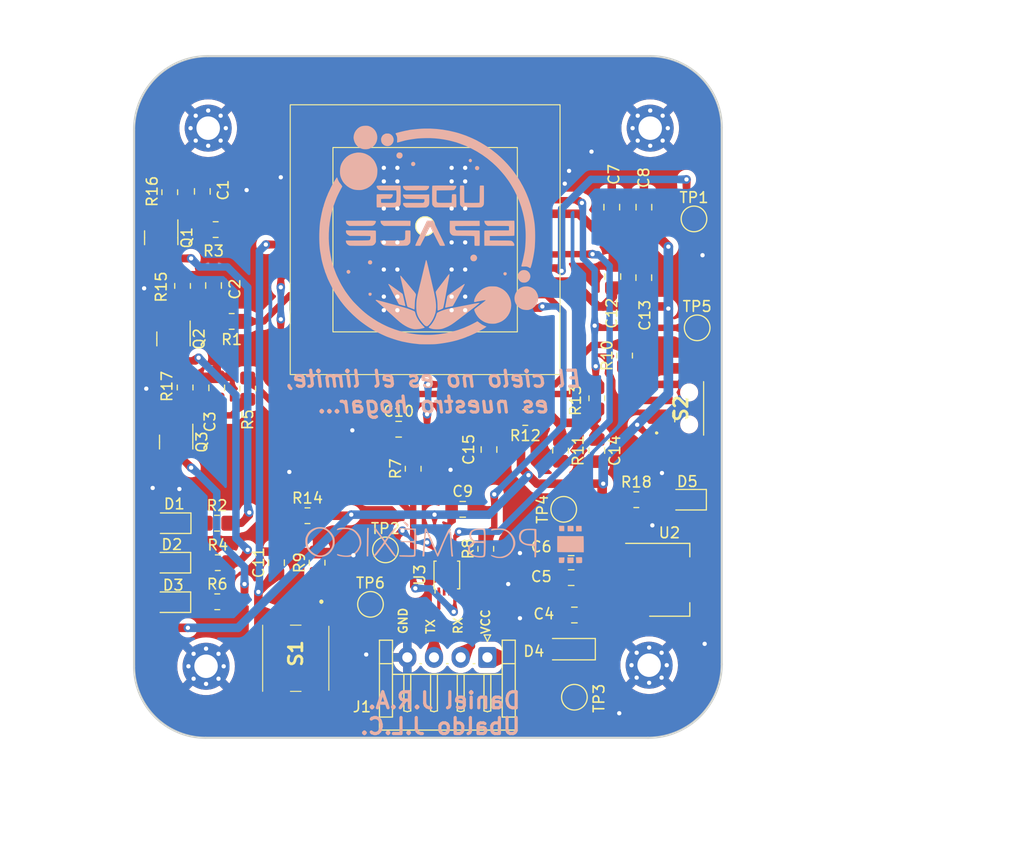
<source format=kicad_pcb>
(kicad_pcb (version 20221018) (generator pcbnew)
  (layers (0 "F.Cu" signal) (31 "B.Cu" signal) (34 "B.Paste" user) (35 "F.Paste" user) (36 "B.SilkS" user "B.Silkscreen") (37 "F.SilkS" user "F.Silkscreen") (38 "B.Mask" user) (39 "F.Mask" user) (44 "Edge.Cuts" user))
  (net 0 "")
  (net 1 "Net-(D4-K)")
  (net 2 "3v3-ldo")
  (net 3 "Net-(U1-RX)")
  (net 4 "Net-(U1-TX)")
  (net 5 "RST")
  (net 8 "VCCA")
  (net 9 "Net-(D1-K)")
  (net 12 "Net-(D2-K)")
  (net 13 "Net-(D3-K)")
  (net 18 "GND")
  (net 19 "+12V")
  (net 20 "RX-GNSS-3V3")
  (net 21 "TX-GNSS-3V3")
  (net 22 "1pps")
  (net 23 "wkp")
  (net 24 "TX-GNSS-1V8")
  (net 25 "ON-OFF")
  (net 26 "+1V8")
  (net 27 "CTS-GNSS-3v3")
  (net 28 "Net-(U1-{slash}CTS)")
  (net 29 "Net-(D5-A)")
  (net 30 "Net-(Q1-G)")
  (net 31 "Net-(Q1-D)")
  (net 32 "Net-(Q2-G)")
  (net 33 "Net-(Q2-D)")
  (net 34 "Net-(Q3-G)")
  (net 35 "Net-(Q3-D)")
  (net 36 "Net-(U3-B1)")
  (net 37 "RTS-1V8")
  (net 38 "Net-(S1-NO_1)")
  (net 39 "Net-(R10-Pad1)")
  (footprint "space:PSB-WURT" (layer "F.Cu") (at 45.5 79.45 -90)
    (fp_text reference "S1")
    (fp_text value "PSB-WURT" hide)
  )
  (footprint "LED_SMD:LED_0805_2012Metric_Pad1.15x1.40mm_HandSolder" (layer "F.Cu") (at 33.825 66.8 180)
    (fp_text reference "D1")
    (fp_text value "LED_Small")
  )
  (footprint "Resistor_SMD:R_0805_2012Metric_Pad1.20x1.40mm_HandSolder" (layer "F.Cu") (at 34.9 44.575 90)
    (fp_text reference "R15")
    (fp_text value "100k")
  )
  (footprint "Resistor_SMD:R_0805_2012Metric_Pad1.20x1.40mm_HandSolder" (layer "F.Cu") (at 33.7 35.8 90)
    (fp_text reference "R16")
    (fp_text value "100k")
  )
  (footprint "Capacitor_SMD:C_0805_2012Metric_Pad1.18x1.45mm_HandSolder" (layer "F.Cu") (at 36.75 35.725 90)
    (fp_text reference "C1")
    (fp_text value "100pf")
  )
  (footprint "MountingHole:MountingHole_2.2mm_M2_Pad_Via" (layer "F.Cu") (at 78.7 29.8)
    (fp_text reference "GNDSCREW1" hide)
    (fp_text value "Conn_01x01_Male")
  )
  (footprint "Package_SO:VSSOP-8_2.4x2.1mm_P0.5mm" (layer "F.Cu") (at 59.65 71.65 90)
    (fp_text reference "U3")
    (fp_text value "TXB0102DCU")
  )
  (footprint "TestPoint:TestPoint_Pad_D2.0mm" (layer "F.Cu") (at 82.8 38.3)
    (fp_text reference "TP1")
    (fp_text value "CTS")
  )
  (footprint "Capacitor_SMD:C_0805_2012Metric_Pad1.18x1.45mm_HandSolder" (layer "F.Cu") (at 75.1 37.2 90)
    (fp_text reference "C7")
    (fp_text value "4.7uf")
  )
  (footprint "Package_TO_SOT_SMD:SOT-23" (layer "F.Cu") (at 34.3 59.2 -90)
    (fp_text reference "Q3")
    (fp_text value "BSS138")
  )
  (footprint "Resistor_SMD:R_0805_2012Metric_Pad1.20x1.40mm_HandSolder" (layer "F.Cu") (at 56.5 61.7 90)
    (fp_text reference "R7")
    (fp_text value "100")
  )
  (footprint "Connector_JST:JST_EH_S4B-EH_1x04_P2.50mm_Horizontal" (layer "F.Cu") (at 63.45 79.3675 180)
    (fp_text reference "J1")
    (fp_text value "Conn_01x04_Socket")
  )
  (footprint "Resistor_SMD:R_0805_2012Metric_Pad1.20x1.40mm_HandSolder" (layer "F.Cu") (at 76.3 51.1 90)
    (fp_text reference "R10")
    (fp_text value "10k")
  )
  (footprint "MountingHole:MountingHole_2.2mm_M2_Pad_Via" (layer "F.Cu") (at 37.1 80.2)
    (fp_text reference "GNDSCREW4" hide)
    (fp_text value "Conn_01x01_Male")
  )
  (footprint "Capacitor_SMD:C_0805_2012Metric_Pad1.18x1.45mm_HandSolder" (layer "F.Cu") (at 71.3 69.1 180)
    (fp_text reference "C6")
    (fp_text value "1uf")
  )
  (footprint "space:SW-WURT" (layer "F.Cu") (at 82.35 56.05 -90)
    (fp_text reference "S2")
    (fp_text value "SW-WURT" hide)
  )
  (footprint "Resistor_SMD:R_0805_2012Metric_Pad1.20x1.40mm_HandSolder" (layer "F.Cu") (at 35.1375 54.0875 90)
    (fp_text reference "R17")
    (fp_text value "100k")
  )
  (footprint "Capacitor_SMD:C_0805_2012Metric_Pad1.18x1.45mm_HandSolder" (layer "F.Cu") (at 78.11 37.2 90)
    (fp_text reference "C8")
    (fp_text value "100pf")
  )
  (footprint "Capacitor_SMD:C_0805_2012Metric_Pad1.18x1.45mm_HandSolder" (layer "F.Cu") (at 37.8 44.5375 90)
    (fp_text reference "C2")
    (fp_text value "100pf")
  )
  (footprint "Resistor_SMD:R_0805_2012Metric_Pad1.20x1.40mm_HandSolder" (layer "F.Cu") (at 70.3 60 -90)
    (fp_text reference "R11")
    (fp_text value "1.8k")
  )
  (footprint "Package_TO_SOT_SMD:SOT-23" (layer "F.Cu") (at 34.05 49.5375 -90)
    (fp_text reference "Q2")
    (fp_text value "BSS138")
  )
  (footprint "Package_TO_SOT_SMD:SOT-23" (layer "F.Cu") (at 32.9 40.0625 -90)
    (fp_text reference "Q1")
    (fp_text value "BSS138")
  )
  (footprint "Resistor_SMD:R_0805_2012Metric_Pad1.20x1.40mm_HandSolder" (layer "F.Cu") (at 38.15 74.16)
    (fp_text reference "R6")
    (fp_text value "2.2k")
  )
  (footprint "Resistor_SMD:R_0805_2012Metric_Pad1.20x1.40mm_HandSolder" (layer "F.Cu") (at 47.5 70.5 90)
    (fp_text reference "R9")
    (fp_text value "10k")
  )
  (footprint "LED_SMD:LED_0805_2012Metric_Pad1.15x1.40mm_HandSolder" (layer "F.Cu") (at 82.1 64.6 180)
    (fp_text reference "D5")
    (fp_text value "LED_Small")
  )
  (footprint "Capacitor_SMD:C_0805_2012Metric_Pad1.18x1.45mm_HandSolder" (layer "F.Cu") (at 43.7 70.5 90)
    (fp_text reference "C11")
    (fp_text value "1uf")
  )
  (footprint "MountingHole:MountingHole_2.2mm_M2_Pad_Via" (layer "F.Cu") (at 78.6 80.1)
    (fp_text reference "GNDSCREW2" hide)
    (fp_text value "Conn_01x01_Male")
  )
  (footprint "space:udeg-space-team" (layer "F.Cu") (at 61.3 82.9)
    (fp_text reference "REF**" hide)
    (fp_text value "udeg-space-team")
  )
  (footprint "Capacitor_SMD:C_0805_2012Metric_Pad1.18x1.45mm_HandSolder" (layer "F.Cu") (at 63.6 59.9 -90)
    (fp_text reference "C15")
    (fp_text value "100nf")
  )
  (footprint "Resistor_SMD:R_0805_2012Metric_Pad1.20x1.40mm_HandSolder" (layer "F.Cu") (at 39.5 47.9 180)
    (fp_text reference "R1")
    (fp_text value "10k")
  )
  (footprint "TestPoint:TestPoint_Pad_D2.0mm" (layer "F.Cu") (at 52.5 74.4)
    (fp_text reference "TP6")
    (fp_text value "GND")
  )
  (footprint "TestPoint:TestPoint_Pad_D2.0mm" (layer "F.Cu") (at 71.6 83.1 90)
    (fp_text reference "TP3")
    (fp_text value "VCC")
  )
  (footprint "Capacitor_SMD:C_0805_2012Metric_Pad1.18x1.45mm_HandSolder" (layer "F.Cu") (at 61.1375 65.5)
    (fp_text reference "C9")
    (fp_text value "18pf")
  )
  (footprint "MountingHole:MountingHole_2.2mm_M2_Pad_Via" (layer "F.Cu") (at 37.3 29.8)
    (fp_text reference "GNDSCREW3" hide)
    (fp_text value "Conn_01x01_Male")
  )
  (footprint "Resistor_SMD:R_0805_2012Metric_Pad1.20x1.40mm_HandSolder" (layer "F.Cu") (at 73.7 55.1 -90)
    (fp_text reference "R13")
    (fp_text value "0")
  )
  (footprint "Resistor_SMD:R_0805_2012Metric_Pad1.20x1.40mm_HandSolder" (layer "F.Cu") (at 38.2 70.5)
    (fp_text reference "R4")
    (fp_text value "1k")
  )
  (footprint "LED_SMD:LED_0805_2012Metric_Pad1.15x1.40mm_HandSolder" (layer "F.Cu") (at 33.8 74.2 180)
    (fp_text reference "D3")
    (fp_text value "LED_Small")
  )
  (footprint "space:udeg-space-lema" (layer "F.Cu") (at 58.3 55.1)
    (fp_text reference "REF**" hide)
    (fp_text value "udeg-space-lema")
  )
  (footprint "Resistor_SMD:R_0805_2012Metric_Pad1.20x1.40mm_HandSolder" (layer "F.Cu") (at 77.4 64.6)
    (fp_text reference "R18")
    (fp_text value "2.2k")
  )
  (footprint "Capacitor_SMD:C_0805_2012Metric_Pad1.18x1.45mm_HandSolder" (layer "F.Cu") (at 38.1 54.125 90)
    (fp_text reference "C3")
    (fp_text value "100pf")
  )
  (footprint "Capacitor_SMD:C_0805_2012Metric_Pad1.18x1.45mm_HandSolder" (layer "F.Cu") (at 75.2 43.7 90)
    (fp_text reference "C12")
    (fp_text value "4.7uf")
  )
  (footprint "Resistor_SMD:R_0805_2012Metric_Pad1.20x1.40mm_HandSolder" (layer "F.Cu") (at 46.6 66.1)
    (fp_text reference "R14")
    (fp_text value "10k")
  )
  (footprint "Resistor_SMD:R_0805_2012Metric_Pad1.20x1.40mm_HandSolder" (layer "F.Cu") (at 67 56.9 180)
    (fp_text reference "R12")
    (fp_text value "1.5k")
  )
  (footprint "Package_TO_SOT_SMD:SOT-223-3_TabPin2" (layer "F.Cu") (at 80.5 72.1)
    (fp_text reference "U2")
    (fp_text value "LD1117S33TR_SOT223")
  )
  (footprint "Capacitor_SMD:C_0805_2012Metric_Pad1.18x1.45mm_HandSolder" (layer "F.Cu") (at 55.1375 58)
    (fp_text reference "C10")
    (fp_text value "18pf")
  )
  (footprint "Capacitor_SMD:C_0805_2012Metric_Pad1.18x1.45mm_HandSolder" (layer "F.Cu") (at 71.6 75.4 180)
    (fp_text reference "C4")
    (fp_text value "100nf")
  )
  (footprint "TestPoint:TestPoint_Pad_D2.0mm" (layer "F.Cu") (at 53.9 69.3)
    (fp_text reference "TP2")
    (fp_text value "RTS")
  )
  (footprint "LED_SMD:LED_0805_2012Metric_Pad1.15x1.40mm_HandSolder" (layer "F.Cu") (at 33.8 70.5 180)
    (fp_text reference "D2")
    (fp_text value "LED_Small")
  )
  (footprint "Capacitor_SMD:C_0805_2012Metric_Pad1.18x1.45mm_HandSolder" (layer "F.Cu") (at 71.3 71.9 180)
    (fp_text reference "C5")
    (fp_text value "100nf")
  )
  (footprint "TestPoint:TestPoint_Pad_D2.0mm" (layer "F.Cu") (at 70.6 65.5 90)
    (fp_text reference "TP4")
    (fp_text value "3v3")
  )
  (footprint "Resistor_SMD:R_0805_2012Metric_Pad1.20x1.40mm_HandSolder" (layer "F.Cu") (at 38.125 66.8)
    (fp_text reference "R2")
    (fp_text value "2.2k")
  )
  (footprint "Resistor_SMD:R_0805_2012Metric_Pad1.20x1.40mm_HandSolder" (layer "F.Cu") (at 41 54.2 -90)
    (fp_text reference "R5")
    (fp_text value "10k")
  )
  (footprint "Resistor_SMD:R_0805_2012Metric_Pad1.20x1.40mm_HandSolder" (layer "F.Cu") (at 38 39.3 180)
    (fp_text reference "R3")
    (fp_text value "10k")
  )
  (footprint "Capacitor_SMD:C_0805_2012Metric_Pad1.18x1.45mm_HandSolder" (layer "F.Cu") (at 78.1 43.8 90)
    (fp_text reference "C13")
    (fp_text value "100pf")
  )
  (footprint "Capacitor_SMD:C_0805_2012Metric_Pad1.18x1.45mm_HandSolder" (layer "F.Cu") (at 73.7 60 -90)
    (fp_text reference "C14")
    (fp_text value "100nf")
  )
  (footprint "Resistor_SMD:R_0805_2012Metric_Pad1.20x1.40mm_HandSolder" (layer "F.Cu") (at 63.3 69.2 90)
    (fp_text reference "R8")
    (fp_text value "100")
  )
  (footprint "Diode_SMD:D_SOD-123" (layer "F.Cu") (at 71.2 78.6 180)
    (fp_text reference "D4")
    (fp_text value "1N4148W")
  )
  (footprint "space:Erinome-l" (layer "F.Cu") (at 66.255 48.88 180)
    (fp_text reference "U1" hide)
    (fp_text value "ERINOME-l")
  )
  (footprint "TestPoint:TestPoint_Pad_D2.0mm" (layer "F.Cu") (at 83.1 48.5)
    (fp_text reference "TP5")
    (fp_text value "1v8")
  )
  (footprint "space:pcb-mexico" (layer "B.Cu") (at 59.6 68.4 180)
    (fp_text reference "G***" hide)
    (fp_text value "LOGO" hide)
  )
  (footprint "space:udeg-space-logo" (layer "B.Cu") (at 57.621901 39.902784 180)
    (fp_text reference "REF**" hide)
    (fp_text value "udeg-space-logo" hide)
  )
  (gr_line (start 30.358074 80.2) (end 30.358074 29.95299) (stroke (width 0.2)) (layer "Edge.Cuts"))
  (gr_arc (start 37.058074 86.9) (mid 32.320457 84.937617) (end 30.358074 80.2) (stroke (width 0.2)) (layer "Edge.Cuts"))
  (gr_arc (start 30.358074 29.95299) (mid 32.379037 25.073951) (end 37.258074 23.05299) (stroke (width 0.2)) (layer "Edge.Cuts"))
  (gr_line (start 85.4 29.75299) (end 85.4 80) (stroke (width 0.2)) (layer "Edge.Cuts"))
  (gr_arc (start 78.7 23.05299) (mid 83.437619 25.015374) (end 85.4 29.75299) (stroke (width 0.2)) (layer "Edge.Cuts"))
  (gr_line (start 78.5 86.9) (end 37.058074 86.9) (stroke (width 0.2)) (layer "Edge.Cuts"))
  (gr_line (start 37.258074 23.05299) (end 78.7 23.05299) (stroke (width 0.2)) (layer "Edge.Cuts"))
  (gr_arc (start 85.4 80) (mid 83.379038 84.879038) (end 78.5 86.9) (stroke (width 0.2)) (layer "Edge.Cuts"))
  (gr_text "GND\n\nTX\n\nRX\n\nVCC\n" (at 63.75 77.2675 90) (layer "F.SilkS") (effects (font (size 0.8 0.8)) (justify left bottom)))
  (segment (start 74.5 77.9) (end 74.5 75.6) (width 0.9) (layer "F.Cu") (net 1))
  (segment (start 72.6375 75.4) (end 74.3 75.4) (width 0.9) (layer "F.Cu") (net 1))
  (segment (start 72.85 78.6) (end 73.8 78.6) (width 0.9) (layer "F.Cu") (net 1))
  (segment (start 74.3 75.4) (end 74.5 75.6) (width 0.9) (layer "F.Cu") (net 1))
  (segment (start 74.5 75.6) (end 75.7 74.4) (width 0.9) (layer "F.Cu") (net 1))
  (segment (start 75.7 74.4) (end 77.35 74.4) (width 0.9) (layer "F.Cu") (net 1))
  (segment (start 73.8 78.6) (end 74.5 77.9) (width 0.9) (layer "F.Cu") (net 1))
  (segment (start 74.8 71.9) (end 75.05 71.65) (width 0.9) (layer "F.Cu") (net 2))
  (segment (start 33.1 76.6) (end 31.3 74.8) (width 0.8) (layer "F.Cu") (net 2))
  (segment (start 77.4 46.5) (end 80.2 46.5) (width 0.8) (layer "F.Cu") (net 2))
  (segment (start 78.11 39.19) (end 78.11 38.2375) (width 0.8) (layer "F.Cu") (net 2))
  (segment (start 74.9 64.6) (end 74.2 65.3) (width 0.9) (layer "F.Cu") (net 2))
  (segment (start 74.5 71.1) (end 75.05 71.65) (width 0.9) (layer "F.Cu") (net 2))
  (segment (start 74.5 69.6) (end 74.5 71.1) (width 0.9) (layer "F.Cu") (net 2))
  (segment (start 74.2 65.3) (end 74.2 66.7) (width 0.9) (layer "F.Cu") (net 2))
  (segment (start 47.6 66.1) (end 50.6 66.1) (width 0.8) (layer "F.Cu") (net 2))
  (segment (start 73.8 46.5) (end 74.3 46.5) (width 0.8) (layer "F.Cu") (net 2))
  (segment (start 72.3375 71.9) (end 74.8 71.9) (width 0.9) (layer "F.Cu") (net 2))
  (segment (start 66.6 61.6) (end 67.3 62.3) (width 0.8) (layer "F.Cu") (net 2))
  (segment (start 66.6 59.9) (end 66.6 61.6) (width 0.8) (layer "F.Cu") (net 2))
  (segment (start 80.2 46.5) (end 80.4 46.7) (width 0.8) (layer "F.Cu") (net 2))
  (segment (start 64.58125 57.88125) (end 66.6 59.9) (width 0.8) (layer "F.Cu") (net 2))
  (segment (start 50.6 66.1) (end 50.7 66) (width 0.8) (layer "F.Cu") (net 2))
  (segment (start 75.2 45.6) (end 74.3 46.5) (width 0.8) (layer "F.Cu") (net 2))
  (segment (start 74.2 63.2) (end 74.3 63.1) (width 0.9) (layer "F.Cu") (net 2))
  (segment (start 76.4 64.6) (end 74.9 64.6) (width 0.9) (layer "F.Cu") (net 2))
  (segment (start 72.3375 69.1) (end 74 69.1) (width 0.9) (layer "F.Cu") (net 2))
  (segment (start 75.05 71.65) (end 75.5 72.1) (width 0.9) (layer "F.Cu") (net 2))
  (segment (start 75.5 72.1) (end 77.35 72.1) (width 0.9) (layer "F.Cu") (net 2))
  (segment (start 75.2 44.7375) (end 75.2 45.6) (width 0.8) (layer "F.Cu") (net 2))
  (segment (start 68.1 63.1) (end 74.3 63.1) (width 0.8) (layer "F.Cu") (net 2))
  (segment (start 75.1 38.2375) (end 75.1 39.4) (width 0.8) (layer "F.Cu") (net 2))
  (segment (start 74.1 39.9) (end 74.6 39.9) (width 0.8) (layer "F.Cu") (net 2))
  (segment (start 74.2 66.7) (end 74.2 69.3) (width 0.9) (layer "F.Cu") (net 2))
  (segment (start 65.805 44.1675) (end 71.4675 44.1675) (width 0.8) (layer "F.Cu") (net 2))
  (segment (start 66 56.9) (end 65.5625 56.9) (width 0.8) (layer "F.Cu") (net 2))
  (segment (start 71.4675 44.1675) (end 73.8 46.5) (width 0.8) (layer "F.Cu") (net 2))
  (segment (start 31.3 74.8) (end 31.3 73.9) (width 0.8) (layer "F.Cu") (net 2))
  (segment (start 59.4 67.9) (end 58.5 67) (width 0.3) (layer "F.Cu") (net 2))
  (segment (start 74.2 65.3) (end 74.2 63.2) (width 0.9) (layer "F.Cu") (net 2))
  (segment (start 74.2 69.3) (end 74.5 69.6) (width 0.9) (layer "F.Cu") (net 2))
  (segment (start 65.5625 56.9) (end 64.58125 57.88125) (width 0.8) (layer "F.Cu") (net 2))
  (segment (start 80.3 58.3) (end 78.2 58.3) (width 0.6) (layer "F.Cu") (net 2))
  (segment (start 67.3 62.3) (end 68.1 63.1) (width 0.8) (layer "F.Cu") (net 2))
  (segment (start 58.5 67) (end 58.5 66) (width 0.3) (layer "F.Cu") (net 2))
  (segment (start 75.1 39.4) (end 74.6 39.9) (width 0.8) (layer "F.Cu") (net 2))
  (segment (start 65.805 37.8175) (end 72.0175 37.8175) (width 0.8) (layer "F.Cu") (net 2))
  (segment (start 64.58125 57.88125) (end 63.6 58.8625) (width 0.8) (layer "F.Cu") (net 2))
  (segment (start 74.6 39.9) (end 77.4 39.9) (width 0.8) (layer "F.Cu") (net 2))
  (segment (start 78.2 58.3) (end 77.480761 57.580761) (width 0.6) (layer "F.Cu") (net 2))
  (segment (start 80.4 40.9) (end 79.4 39.9) (width 0.9) (layer "F.Cu") (net 2))
  (segment (start 74 69.1) (end 74.2 69.3) (width 0.9) (layer "F.Cu") (net 2))
  (segment (start 79.4 39.9) (end 77.4 39.9) (width 0.9) (layer "F.Cu") (net 2))
  (segment (start 74.3 46.5) (end 77.4 46.5) (width 0.8) (layer "F.Cu") (net 2))
  (segment (start 77.4 46.5) (end 78.1 45.8) (width 0.8) (layer "F.Cu") (net 2))
  (segment (start 83.65 72.1) (end 77.35 72.1) (width 0.9) (layer "F.Cu") (net 2))
  (segment (start 72.0175 37.8175) (end 74.1 39.9) (width 0.8) (layer "F.Cu") (net 2))
  (segment (start 71.8 66.7) (end 74.2 66.7) (width 0.9) (layer "F.Cu") (net 2))
  (segment (start 59.4 70.1) (end 59.4 67.9) (width 0.3) (layer "F.Cu") (net 2))
  (segment (start 78.1 45.8) (end 78.1 44.8375) (width 0.8) (layer "F.Cu") (net 2))
  (segment (start 35.4 76.6) (end 33.1 76.6) (width 0.8) (layer "F.Cu") (net 2))
  (segment (start 70.6 65.5) (end 71.8 66.7) (width 0.9) (layer "F.Cu") (net 2))
  (segment (start 77.4 39.9) (end 78.11 39.19) (width 0.8) (layer "F.Cu") (net 2))
  (via (at 80.4 46.7) (size 0.8) (drill 0.4) (layers "F.Cu" "B.Cu") (net 2))
  (via (at 35.4 76.6) (size 0.8) (drill 0.4) (layers "F.Cu" "B.Cu") (net 2))
  (via (at 80.4 40.9) (size 0.8) (drill 0.4) (layers "F.Cu" "B.Cu") (net 2))
  (via (at 50.7 66) (size 0.8) (drill 0.4) (layers "F.Cu" "B.Cu") (net 2))
  (via (at 67.3 62.3) (size 0.8) (drill 0.4) (layers "F.Cu" "B.Cu") (net 2))
  (via (at 77.480761 57.580761) (size 0.8) (drill 0.4) (layers "F.Cu" "B.Cu") (net 2))
  (via (at 74.3 63.1) (size 0.8) (drill 0.4) (layers "F.Cu" "B.Cu") (net 2))
  (via (at 58.5 66) (size 0.8) (drill 0.4) (layers "F.Cu" "B.Cu") (net 2))
  (segment (start 50.7 66) (end 40.1 76.6) (width 0.8) (layer "B.Cu") (net 2))
  (segment (start 80.4 54.661522) (end 80.4 46.7) (width 0.9) (layer "B.Cu") (net 2))
  (segment (start 74.3 60.761522) (end 77.480761 57.580761) (width 0.9) (layer "B.Cu") (net 2))
  (segment (start 63.6 66) (end 58.5 66) (width 0.8) (layer "B.Cu") (net 2))
  (segment (start 80.4 46.7) (end 80.4 40.9) (width 0.9) (layer "B.Cu") (net 2))
  (segment (start 58.5 66) (end 50.7 66) (width 0.8) (layer "B.Cu") (net 2))
  (segment (start 40.1 76.6) (end 35.4 76.6) (width 0.8) (layer "B.Cu") (net 2))
  (segment (start 77.480761 57.580761) (end 80.4 54.661522) (width 0.9) (layer "B.Cu") (net 2))
  (segment (start 67.3 62.3) (end 63.6 66) (width 0.8) (layer "B.Cu") (net 2))
  (segment (start 74.3 63.1) (end 74.3 60.761522) (width 0.9) (layer "B.Cu") (net 2))
  (segment (start 64.093246 67.406754) (end 63.3 68.2) (width 0.6) (layer "F.Cu") (net 3))
  (segment (start 68.3925 46.7075) (end 68.6 46.5) (width 0.6) (layer "F.Cu") (net 3))
  (segment (start 64.093246 64.093246) (end 64.093246 65.9) (width 0.6) (layer "F.Cu") (net 3))
  (segment (start 64.093246 65.9) (end 64.093246 67.406754) (width 0.6) (layer "F.Cu") (net 3))
  (segment (start 65.655 46.7075) (end 68.3925 46.7075) (width 0.6) (layer "F.Cu") (net 3))
  (segment (start 63.693246 65.5) (end 64.093246 65.9) (width 0.6) (layer "F.Cu") (net 3))
  (segment (start 62.175 65.5) (end 63.693246 65.5) (width 0.6) (layer "F.Cu") (net 3))
  (via (at 68.6 46.5) (size 0.8) (drill 0.4) (layers "F.Cu" "B.Cu") (net 3))
  (via (at 64.093246 64.093246) (size 0.8) (drill 0.4) (layers "F.Cu" "B.Cu") (net 3))
  (segment (start 68.6 46.5) (end 70.039264 46.5) (width 0.6) (layer "B.Cu") (net 3))
  (segment (start 70.565 47.025736) (end 70.565 57.621492) (width 0.6) (layer "B.Cu") (net 3))
  (segment (start 70.039264 46.5) (end 70.565 47.025736) (width 0.6) (layer "B.Cu") (net 3))
  (segment (start 70.565 57.621492) (end 64.093246 64.093246) (width 0.6) (layer "B.Cu") (net 3))
  (segment (start 70.565 53.035) (end 69.8 53.8) (width 0.6) (layer "F.Cu") (net 4))
  (segment (start 57.8 58) (end 57.8 59.4) (width 0.6) (layer "F.Cu") (net 4))
  (segment (start 70.565 47.025736) (end 70.565 53.035) (width 0.6) (layer "F.Cu") (net 4))
  (segment (start 57.8 56.6) (end 57.8 58) (width 0.6) (layer "F.Cu") (net 4))
  (segment (start 57.8 59.4) (end 56.5 60.7) (width 0.6) (layer "F.Cu") (net 4))
  (segment (start 65.805 45.4375) (end 68.976764 45.4375) (width 0.6) (layer "F.Cu") (net 4))
  (segment (start 56.175 58) (end 57.8 58) (width 0.6) (layer "F.Cu") (net 4))
  (segment (start 68.976764 45.4375) (end 70.565 47.025736) (width 0.6) (layer "F.Cu") (net 4))
  (segment (start 69.8 53.8) (end 57.9 53.8) (width 0.6) (layer "F.Cu") (net 4))
  (via (at 57.9 53.8) (size 0.8) (drill 0.4) (layers "F.Cu" "B.Cu") (net 4))
  (via (at 57.8 56.6) (size 0.8) (drill 0.4) (layers "F.Cu" "B.Cu") (net 4))
  (segment (start 57.9 56.5) (end 57.8 56.6) (width 0.6) (layer "B.Cu") (net 4))
  (segment (start 57.9 53.8) (end 57.9 56.5) (width 0.6) (layer "B.Cu") (net 4))
  (segment (start 42.7 40.7) (end 45.7 40.7) (width 0.7) (layer "F.Cu") (net 5))
  (segment (start 47.3125 39.0875) (end 49.405 39.0875) (width 0.7) (layer "F.Cu") (net 5))
  (segment (start 42 73.2375) (end 42 74.6) (width 0.8) (layer "F.Cu") (net 5))
  (segment (start 43.7 71.5375) (end 42 73.2375) (width 0.8) (layer "F.Cu") (net 5))
  (segment (start 45.7 40.7) (end 47.3125 39.0875) (width 0.7) (layer "F.Cu") (net 5))
  (segment (start 43.5 75.95) (end 43.35 75.95) (width 0.8) (layer "F.Cu") (net 5))
  (segment (start 42 74.6) (end 42 81.45) (width 0.8) (layer "F.Cu") (net 5))
  (segment (start 43.35 75.95) (end 42 74.6) (width 0.8) (layer "F.Cu") (net 5))
  (segment (start 42 81.45) (end 43.5 82.95) (width 0.8) (layer "F.Cu") (net 5))
  (via (at 42 73.2375) (size 0.8) (drill 0.4) (layers "F.Cu" "B.Cu") (net 5))
  (via (at 42.7 40.7) (size 0.8) (drill 0.4) (layers "F.Cu" "B.Cu") (net 5))
  (segment (start 42.1 73.1375) (end 42 73.2375) (width 0.7) (layer "B.Cu") (net 5))
  (segment (start 42.7 40.7) (end 42.1 41.3) (width 0.7) (layer "B.Cu") (net 5))
  (segment (start 42.1 41.3) (end 42.1 73.1375) (width 0.7) (layer "B.Cu") (net 5))
  (segment (start 73.7 57) (end 73.3 57.4) (width 0.8) (layer "F.Cu") (net 8))
  (segment (start 73.1 57.4) (end 70.1 57.4) (width 0.8) (layer "F.Cu") (net 8))
  (segment (start 70.3 59) (end 70.3 57.6) (width 0.8) (layer "F.Cu") (net 8))
  (segment (start 59.9 73.2) (end 59.9 70.1) (width 0.3) (layer "F.Cu") (net 8))
  (segment (start 73.7 58) (end 73.1 57.4) (width 0.8) (layer "F.Cu") (net 8))
  (segment (start 73.7 58.9625) (end 73.7 58) (width 0.8) (layer "F.Cu") (net 8))
  (segment (start 68.1 56.8) (end 68 56.9) (width 0.8) (layer "F.Cu") (net 8))
  (segment (start 73.7 56.1) (end 73.7 57) (width 0.8) (layer "F.Cu") (net 8))
  (segment (start 70.3 57.6) (end 70.1 57.4) (width 0.8) (layer "F.Cu") (net 8))
  (segment (start 70.1 57.4) (end 69.5 56.8) (width 0.8) (layer "F.Cu") (net 8))
  (segment (start 69.5 56.8) (end 68.1 56.8) (width 0.8) (layer "F.Cu") (net 8))
  (segment (start 73.3 57.4) (end 73.1 57.4) (width 0.8) (layer "F.Cu") (net 8))
  (segment (start 34.85 66.8) (end 37.125 66.8) (width 0.8) (layer "F.Cu") (net 9))
  (segment (start 34.825 70.5) (end 37.2 70.5) (width 0.8) (layer "F.Cu") (net 12))
  (segment (start 37.11 74.2) (end 37.15 74.16) (width 0.8) (layer "F.Cu") (net 13))
  (segment (start 34.825 74.2) (end 37.11 74.2) (width 0.8) (layer "F.Cu") (net 13))
  (segment (start 65.805 35.2775) (end 70.4225 35.2775) (width 0.6) (layer "F.Cu") (net 18))
  (segment (start 70.4225 35.2775) (end 70.7 35) (width 0.6) (layer "F.Cu") (net 18))
  (segment (start 65.805 34.0075) (end 70.8925 34.0075) (width 0.6) (layer "F.Cu") (net 18))
  (segment (start 70.8925 34.0075) (end 71.1 33.8) (width 0.6) (layer "F.Cu") (net 18))
  (segment (start 44.4925 34.0075) (end 44.1 34.4) (width 0.6) (layer "F.Cu") (net 18))
  (segment (start 49.405 34.0075) (end 44.4925 34.0075) (width 0.6) (layer "F.Cu") (net 18))
  (via (at 53.75 45.58) (size 0.8) (drill 0.4) (layers "F.Cu" "B.Cu") (net 18))
  (via (at 53.75 37.325) (size 0.8) (drill 0.4) (layers "F.Cu" "B.Cu") (net 18))
  (via (at 71.1 33.8) (size 0.8) (drill 0.4) (layers "F.Cu" "B.Cu") (net 18))
  (via (at 50.9 69.8) (size 0.8) (drill 0.4) (layers "F.Cu" "B.Cu") (net 18))
  (via (at 40.9 35.6) (size 0.8) (drill 0.4) (layers "F.Cu" "B.Cu") (net 18))
  (via (at 53.75 46.85) (size 0.8) (drill 0.4) (layers "F.Cu" "B.Cu") (net 18))
  (via (at 55.02 45.58) (size 0.8) (drill 0.4) (layers "F.Cu" "B.Cu") (net 18))
  (via (at 75.8 84.6) (size 0.8) (drill 0.4) (layers "F.Cu" "B.Cu") (net 18))
  (via (at 55.02 43.04) (size 0.8) (drill 0.4) (layers "F.Cu" "B.Cu") (net 18))
  (via (at 61.37 33.515) (size 0.8) (drill 0.4) (layers "F.Cu" "B.Cu") (net 18))
  (via (at 53.75 34.785) (size 0.8) (drill 0.4) (layers "F.Cu" "B.Cu") (net 18))
  (via (at 73.2 32) (size 0.8) (drill 0.4) (layers "F.Cu" "B.Cu") (net 18))
  (via (at 83.6 41.7) (size 0.8) (drill 0.4) (layers "F.Cu" "B.Cu") (net 18))
  (via (at 53.75 40.5) (size 0.8) (drill 0.4) (layers "F.Cu" "B.Cu") (net 18))
  (via (at 55.02 34.785) (size 0.8) (drill 0.4) (layers "F.Cu" "B.Cu") (net 18))
  (via (at 65.4 72.5) (size 0.8) (drill 0.4) (layers "F.Cu" "B.Cu") (net 18))
  (via (at 61.37 45.58) (size 0.8) (drill 0.4) (layers "F.Cu" "B.Cu") (net 18))
  (via (at 60.1 46.85) (size 0.8) (drill 0.4) (layers "F.Cu" "B.Cu") (net 18))
  (via (at 53.75 43.04) (size 0.8) (drill 0.4) (layers "F.Cu" "B.Cu") (net 18))
  (via (at 60.1 45.58) (size 0.8) (drill 0.4) (layers "F.Cu" "B.Cu") (net 18))
  (via (at 44.9 62) (size 0.8) (drill 0.4) (layers "F.Cu" "B.Cu") (net 18))
  (via (at 50.8 58.1) (size 0.8) (drill 0.4) (layers "F.Cu" "B.Cu") (net 18))
  (via (at 61.37 34.785) (size 0.8) (drill 0.4) (layers "F.Cu" "B.Cu") (net 18))
  (via (at 60.1 33.515) (size 0.8) (drill 0.4) (layers "F.Cu" "B.Cu") (net 18))
  (via (at 66.5 69.6) (size 0.8) (drill 0.4) (layers "F.Cu" "B.Cu") (net 18))
  (via (at 34.6 63.6) (size 0.8) (drill 0.4) (layers "F.Cu" "B.Cu") (net 18))
  (via (at 61.37 40.5) (size 0.8) (drill 0.4) (layers "F.Cu" "B.Cu") (net 18))
  (via (at 79.8 62.1) (size 0.8) (drill 0.4) (layers "F.Cu" "B.Cu") (net 18))
  (via (at 55.02 33.515) (size 0.8) (drill 0.4) (layers "F.Cu" "B.Cu") (net 18))
  (via (at 60.1 37.325) (size 0.8) (drill 0.4) (layers "F.Cu" "B.Cu") (net 18))
  (via (at 55.02 40.5) (size 0.8) (drill 0.4) (layers "F.Cu" "B.Cu") (net 18))
  (via (at 83.8 78.1) (size 0.8) (drill 0.4) (layers "F.Cu" "B.Cu") (net 18))
  (via (at 53.75 33.515) (size 0.8) (drill 0.4) (layers "F.Cu" "B.Cu") (net 18))
  (via (at 55.02 37.325) (size 0.8) (drill 0.4) (layers "F.Cu" "B.Cu") (net 18))
  (via (at 78.9 67) (size 0.8) (drill 0.4) (layers "F.Cu" "B.Cu") (net 18))
  (via (at 44.1 34.4) (size 0.8) (drill 0.4) (layers "F.Cu" "B.Cu") (net 18))
  (via (at 60.1 43.04) (size 0.8) (drill 0.4) (layers "F.Cu" "B.Cu") (net 18))
  (via (at 61.37 37.325) (size 0.8) (drill 0.4) (layers "F.Cu" "B.Cu") (net 18))
  (via (at 60.1 40.5) (size 0.8) (drill 0.4) (layers "F.Cu" "B.Cu") (net 18))
  (via (at 55.02 46.85) (size 0.8) (drill 0.4) (layers "F.Cu" "B.Cu") (net 18))
  (via (at 61.37 46.85) (size 0.8) (drill 0.4) (layers "F.Cu" "B.Cu") (net 18))
  (via (at 31.5 54.2) (size 0.8) (drill 0.4) (layers "F.Cu" "B.Cu") (net 18))
  (via (at 66.5 75.7) (size 0.8) (drill 0.4) (layers "F.Cu" "B.Cu") (net 18))
  (via (at 60.1 34.785) (size 0.8) (drill 0.4) (layers "F.Cu" "B.Cu") (net 18))
  (via (at 70.7 35) (size 0.8) (drill 0.4) (layers "F.Cu" "B.Cu") (net 18))
  (via (at 60 61.8) (size 0.8) (drill 0.4) (layers "F.Cu" "B.Cu") (net 18))
  (via (at 61.37 43.04) (size 0.8) (drill 0.4) (layers "F.Cu" "B.Cu") (net 18))
  (via (at 32.1 63.5) (size 0.8) (drill 0.4) (layers "F.Cu" "B.Cu") (net 18))
  (via (at 31.3 44.8) (size 0.8) (drill 0.4) (layers "F.Cu" "B.Cu") (net 18))
  (via (at 52.1 79.1) (size 0.8) (drill 0.4) (layers "F.Cu" "B.Cu") (net 18))
  (segment (start 68.1 81.4) (end 69.8 83.1) (width 0.9) (layer "F.Cu") (net 19))
  (segment (start 68.1 79.3675) (end 68.1 81.4) (width 0.9) (layer "F.Cu") (net 19))
  (segment (start 68.7825 79.3675) (end 69.55 78.6) (width 0.9) (layer "F.Cu") (net 19))
  (segment (start 69.8 83.1) (end 71.6 83.1) (width 0.9) (layer "F.Cu") (net 19))
  (segment (start 68.1 79.3675) (end 68.7825 79.3675) (width 0.9) (layer "F.Cu") (net 19))
  (segment (start 63.45 79.3675) (end 68.1 79.3675) (width 0.9) (layer "F.Cu") (net 19))
  (segment (start 62 71.5) (end 62 78.3175) (width 0.6) (layer "F.Cu") (net 20))
  (segment (start 63.3 70.2) (end 62 71.5) (width 0.6) (layer "F.Cu") (net 20))
  (segment (start 62 78.3175) (end 60.95 79.3675) (width 0.6) (layer "F.Cu") (net 20))
  (segment (start 58.45 75.8) (end 58.45 79.3675) (width 0.6) (layer "F.Cu") (net 21))
  (segment (start 58.9 74.8) (end 58.45 75.25) (width 0.3) (layer "F.Cu") (net 21))
  (segment (start 58.9 73.2) (end 58.9 74.8) (width 0.3) (layer "F.Cu") (net 21))
  (segment (start 58.45 75.25) (end 58.45 75.8) (width 0.3) (layer "F.Cu") (net 21))
  (segment (start 44.9625 45.4375) (end 42.5 47.9) (width 0.6) (layer "F.Cu") (net 22))
  (segment (start 49.405 45.4375) (end 44.9625 45.4375) (width 0.6) (layer "F.Cu") (net 22))
  (segment (start 42.5 47.9) (end 40.5 47.9) (width 0.6) (layer "F.Cu") (net 22))
  (segment (start 45.0825 37.8175) (end 43.6 39.3) (width 0.6) (layer "F.Cu") (net 23))
  (segment (start 43.6 39.3) (end 39 39.3) (width 0.6) (layer "F.Cu") (net 23))
  (segment (start 49.405 37.8175) (end 45.0825 37.8175) (width 0.6) (layer "F.Cu") (net 23))
  (segment (start 52.2 64.4) (end 54.9 64.4) (width 0.6) (layer "F.Cu") (net 24))
  (segment (start 56.5 72.7) (end 56.5 62.7) (width 0.6) (layer "F.Cu") (net 24))
  (segment (start 60.4 73.2) (end 60.4 75) (width 0.3) (layer "F.Cu") (net 24))
  (segment (start 60.4 75) (end 60.3 75.1) (width 0.3) (layer "F.Cu") (net 24))
  (segment (start 41 53.2) (end 52.2 64.4) (width 0.6) (layer "F.Cu") (net 24))
  (segment (start 56.7 72.9) (end 56.5 72.7) (width 0.6) (layer "F.Cu") (net 24))
  (segment (start 54.9 64.4) (end 56.5 66) (width 0.6) (layer "F.Cu") (net 24))
  (via (at 60.3 75.1) (size 0.8) (drill 0.4) (layers "F.Cu" "B.Cu") (net 24))
  (via (at 56.7 72.9) (size 0.8) (drill 0.4) (layers "F.Cu" "B.Cu") (net 24))
  (segment (start 58.1 72.9) (end 60.3 75.1) (width 0.6) (layer "B.Cu") (net 24))
  (segment (start 56.7 72.9) (end 58.1 72.9) (width 0.6) (layer "B.Cu") (net 24))
  (segment (start 72 53.9) (end 71.2 54.7) (width 0.6) (layer "F.Cu") (net 25))
  (segment (start 44.1 43.9) (end 47.6425 40.3575) (width 0.6) (layer "F.Cu") (net 25))
  (segment (start 72 51.4) (end 72 53.9) (width 0.6) (layer "F.Cu") (net 25))
  (segment (start 47.6425 40.3575) (end 49.405 40.3575) (width 0.6) (layer "F.Cu") (net 25))
  (segment (start 45.4 54.7) (end 44.1 53.4) (width 0.6) (layer "F.Cu") (net 25))
  (segment (start 44.1 53.4) (end 44.1 47.7) (width 0.6) (layer "F.Cu") (net 25))
  (segment (start 71.2 54.7) (end 45.4 54.7) (width 0.6) (layer "F.Cu") (net 25))
  (segment (start 76.3 50.1) (end 73.3 50.1) (width 0.6) (layer "F.Cu") (net 25))
  (segment (start 44.1 44.7) (end 44.1 43.9) (width 0.6) (layer "F.Cu") (net 25))
  (segment (start 73.3 50.1) (end 72 51.4) (width 0.6) (layer "F.Cu") (net 25))
  (via (at 44.1 44.7) (size 0.8) (drill 0.4) (layers "F.Cu" "B.Cu") (net 25))
  (via (at 44.1 47.7) (size 0.8) (drill 0.4) (layers "F.Cu" "B.Cu") (net 25))
  (segment (start 44.1 44.7) (end 44.1 47.7) (width 0.6) (layer "B.Cu") (net 25))
  (segment (start 73.7 48.5) (end 73.5 48.3) (width 0.6) (layer "F.Cu") (net 26))
  (segment (start 73.6 52.1) (end 73.6 54) (width 0.6) (layer "F.Cu") (net 26))
  (segment (start 83.1 48.5) (end 73.7 48.5) (width 0.6) (layer "F.Cu") (net 26))
  (segment (start 72.3 36.8) (end 72.0475 36.5475) (width 0.6) (layer "F.Cu") (net 26))
  (segment (start 73.6 54) (end 73.7 54.1) (width 0.6) (layer "F.Cu") (net 26))
  (segment (start 72.0475 36.5475) (end 65.805 36.5475) (width 0.6) (layer "F.Cu") (net 26))
  (via (at 72.3 36.8) (size 0.8) (drill 0.4) (layers "F.Cu" "B.Cu") (net 26))
  (via (at 73.6 52.1) (size 0.8) (drill 0.4) (layers "F.Cu" "B.Cu") (net 26))
  (via (at 73.5 48.3) (size 0.8) (drill 0.4) (layers "F.Cu" "B.Cu") (net 26))
  (segment (start 73.5 48.3) (end 73.5 52) (width 0.6) (layer "B.Cu") (net 26))
  (segment (start 72.4 36.9) (end 72.4 41.972793) (width 0.6) (layer "B.Cu") (net 26))
  (segment (start 72.4 41.972793) (end 73.5 43.072793) (width 0.6) (layer "B.Cu") (net 26))
  (segment (start 73.5 43.072793) (end 73.5 48.3) (width 0.6) (layer "B.Cu") (net 26))
  (segment (start 73.5 52) (end 73.6 52.1) (width 0.6) (layer "B.Cu") (net 26))
  (segment (start 72.3 36.8) (end 72.4 36.9) (width 0.6) (layer "B.Cu") (net 26))
  (segment (start 70.1295 42.8975) (end 70.4 43.168) (width 0.7) (layer "F.Cu") (net 28))
  (segment (start 65.805 42.8975) (end 70.1295 42.8975) (width 0.7) (layer "F.Cu") (net 28))
  (segment (start 82.1 34.6) (end 82.1 37.6) (width 0.7) (layer "F.Cu") (net 28))
  (segment (start 82.1 37.6) (end 82.8 38.3) (width 0.7) (layer "F.Cu") (net 28))
  (via (at 70.4 43.168) (size 0.8) (drill 0.4) (layers "F.Cu" "B.Cu") (net 28))
  (via (at 82.1 34.6) (size 0.8) (drill 0.4) (layers "F.Cu" "B.Cu") (net 28))
  (segment (start 82.1 34.6) (end 73.156497 34.6) (width 0.7) (layer "B.Cu") (net 28))
  (segment (start 70.4 37.356497) (end 70.4 43.168) (width 0.7) (layer "B.Cu") (net 28))
  (segment (start 73.156497 34.6) (end 70.4 37.356497) (width 0.7) (layer "B.Cu") (net 28))
  (segment (start 78.4 64.6) (end 81.075 64.6) (width 0.9) (layer "F.Cu") (net 29))
  (segment (start 33.85 38.45) (end 33.85 39.125) (width 0.6) (layer "F.Cu") (net 30))
  (segment (start 36.75 36.7625) (end 36.75 37.55) (width 0.6) (layer "F.Cu") (net 30))
  (segment (start 37 39.3) (end 37 38.7) (width 0.6) (layer "F.Cu") (net 30))
  (segment (start 33.7 36.8) (end 34.3 37.4) (width 0.6) (layer "F.Cu") (net 30))
  (segment (start 37 38.7) (end 36.3 38) (width 0.6) (layer "F.Cu") (net 30))
  (segment (start 36.75 37.55) (end 36.3 38) (width 0.6) (layer "F.Cu") (net 30))
  (segment (start 36.3 38) (end 34.3 38) (width 0.6) (layer "F.Cu") (net 30))
  (segment (start 34.3 37.4) (end 34.3 38) (width 0.6) (layer "F.Cu") (net 30))
  (segment (start 34.3 38) (end 33.85 38.45) (width 0.6) (layer "F.Cu") (net 30))
  (segment (start 41.1505 66.0495) (end 40.4 66.8) (width 0.7) (layer "F.Cu") (net 31))
  (segment (start 40.4 66.8) (end 39.125 66.8) (width 0.7) (layer "F.Cu") (net 31))
  (segment (start 33.9 42) (end 32.9 41) (width 0.7) (layer "F.Cu") (net 31))
  (segment (start 35.7 42) (end 33.9 42) (width 0.7) (layer "F.Cu") (net 31))
  (segment (start 41.1505 65.8) (end 41.1505 66.0495) (width 0.7) (layer "F.Cu") (net 31))
  (via (at 35.7 42) (size 0.8) (drill 0.4) (layers "F.Cu" "B.Cu") (net 31))
  (via (at 41.1505 65.8) (size 0.8) (drill 0.4) (layers "F.Cu" "B.Cu") (net 31))
  (segment (start 35.7 42) (end 36.5 42.8) (width 0.7) (layer "B.Cu") (net 31))
  (segment (start 36.5 42.8) (end 39.1 42.8) (width 0.7) (layer "B.Cu") (net 31))
  (segment (start 41 65.6495) (end 41.1505 65.8) (width 0.7) (layer "B.Cu") (net 31))
  (segment (start 39.1 42.8) (end 41 44.7) (width 0.7) (layer "B.Cu") (net 31))
  (segment (start 41 44.7) (end 41 65.6495) (width 0.7) (layer "B.Cu") (net 31))
  (segment (start 34.9 46.5) (end 35.5 47.1) (width 0.6) (layer "F.Cu") (net 32))
  (segment (start 37.7 47.1) (end 38.5 47.9) (width 0.6) (layer "F.Cu") (net 32))
  (segment (start 37.8 47) (end 37.7 47.1) (width 0.6) (layer "F.Cu") (net 32))
  (segment (start 35 48.6) (end 35 47.6) (width 0.6) (layer "F.Cu") (net 32))
  (segment (start 37.8 45.575) (end 37.8 47) (width 0.6) (layer "F.Cu") (net 32))
  (segment (start 34.9 45.575) (end 34.9 46.5) (width 0.6) (layer "F.Cu") (net 32))
  (segment (start 35 47.6) (end 35.5 47.1) (width 0.6) (layer "F.Cu") (net 32))
  (segment (start 35.5 47.1) (end 37.7 47.1) (width 0.6) (layer "F.Cu") (net 32))
  (segment (start 41 69.6) (end 40.1 70.5) (width 0.7) (layer "F.Cu") (net 33))
  (segment (start 35.175 51.6) (end 36.1 51.6) (width 0.7) (layer "F.Cu") (net 33))
  (segment (start 34.05 50.475) (end 35.175 51.6) (width 0.7) (layer "F.Cu") (net 33))
  (segment (start 41 69.3) (end 41 69.6) (width 0.7) (layer "F.Cu") (net 33))
  (segment (start 36.1 51.6) (end 36.4 51.3) (width 0.7) (layer "F.Cu") (net 33))
  (segment (start 40.1 70.5) (end 39.2 70.5) (width 0.7) (layer "F.Cu") (net 33))
  (via (at 41 69.3) (size 0.8) (drill 0.4) (layers "F.Cu" "B.Cu") (net 33))
  (via (at 36.4 51.3) (size 0.8) (drill 0.4) (layers "F.Cu" "B.Cu") (net 33))
  (segment (start 36.4 51.3) (end 39.9 54.8) (width 0.7) (layer "B.Cu") (net 33))
  (segment (start 39.9 54.8) (end 39.9 68.2) (width 0.7) (layer "B.Cu") (net 33))
  (segment (start 39.9 68.2) (end 41 69.3) (width 0.7) (layer "B.Cu") (net 33))
  (segment (start 39.5 56.7) (end 38.5 56.7) (width 0.6) (layer "F.Cu") (net 34))
  (segment (start 36 56.7) (end 35.25 57.45) (width 0.6) (layer "F.Cu") (net 34))
  (segment (start 41 55.2) (end 39.5 56.7) (width 0.6) (layer "F.Cu") (net 34))
  (segment (start 35.1375 55.0875) (end 35.1375 55.8375) (width 0.6) (layer "F.Cu") (net 34))
  (segment (start 38.5 56.7) (end 36 56.7) (width 0.6) (layer "F.Cu") (net 34))
  (segment (start 38.1 56.3) (end 38.5 56.7) (width 0.6) (layer "F.Cu") (net 34))
  (segment (start 35.1375 55.8375) (end 36 56.7) (width 0.6) (layer "F.Cu") (net 34))
  (segment (start 38.1 55.1625) (end 38.1 56.3) (width 0.6) (layer "F.Cu") (net 34))
  (segment (start 35.25 57.45) (end 35.25 58.2625) (width 0.6) (layer "F.Cu") (net 34))
  (segment (start 40.7 73.5) (end 40.04 74.16) (width 0.7) (layer "F.Cu") (net 35))
  (segment (start 40.7 72.5) (end 40.7 73.5) (width 0.7) (layer "F.Cu") (net 35))
  (segment (start 34.3 60.2) (end 35.7 61.6) (width 0.7) (layer "F.Cu") (net 35))
  (segment (start 34.3 60.1375) (end 34.3 60.2) (width 0.7) (layer "F.Cu") (net 35))
  (segment (start 40.04 74.16) (end 39.15 74.16) (width 0.7) (layer "F.Cu") (net 35))
  (via (at 35.7 61.6) (size 0.8) (drill 0.4) (layers "F.Cu" "B.Cu") (net 35))
  (via (at 40.7 72.5) (size 0.8) (drill 0.4) (layers "F.Cu" "B.Cu") (net 35))
  (segment (start 35.8 61.6) (end 38.1 63.9) (width 0.7) (layer "B.Cu") (net 35))
  (segment (start 40.7 70.9) (end 40.7 72.5) (width 0.7) (layer "B.Cu") (net 35))
  (segment (start 38.1 63.9) (end 38.1 68.3) (width 0.7) (layer "B.Cu") (net 35))
  (segment (start 35.7 61.6) (end 35.8 61.6) (width 0.7) (layer "B.Cu") (net 35))
  (segment (start 38.1 68.3) (end 40.7 70.9) (width 0.7) (layer "B.Cu") (net 35))
  (segment (start 58.9 70.1) (end 58.9 69.7) (width 0.3) (layer "F.Cu") (net 36))
  (segment (start 53.9 69.3) (end 53.9 69.1) (width 0.6) (layer "F.Cu") (net 36))
  (segment (start 53.9 69.1) (end 55.5 67.5) (width 0.6) (layer "F.Cu") (net 36))
  (segment (start 58.9 69.7) (end 57.8 68.6) (width 0.3) (layer "F.Cu") (net 36))
  (via (at 57.8 68.6) (size 0.8) (drill 0.4) (layers "F.Cu" "B.Cu") (net 36))
  (via (at 55.5 67.5) (size 0.8) (drill 0.4) (layers "F.Cu" "B.Cu") (net 36))
  (segment (start 56.6 68.6) (end 55.5 67.5) (width 0.3) (layer "B.Cu") (net 36))
  (segment (start 57.8 68.6) (end 56.6 68.6) (width 0.3) (layer "B.Cu") (net 36))
  (segment (start 70.341008 41.6275) (end 65.805 41.6275) (width 0.6) (layer "F.Cu") (net 37))
  (segment (start 73.3 41.6) (end 70.368508 41.6) (width 0.6) (layer "F.Cu") (net 37))
  (segment (start 70.368508 41.6) (end 70.341008 41.6275) (width 0.6) (layer "F.Cu") (net 37))
  (segment (start 60.4 68) (end 60.8 67.6) (width 0.3) (layer "F.Cu") (net 37))
  (segment (start 60.4 70.1) (end 60.4 68) (width 0.3) (layer "F.Cu") (net 37))
  (via (at 60.8 67.6) (size 0.8) (drill 0.4) (layers "F.Cu" "B.Cu") (net 37))
  (via (at 73.3 41.6) (size 0.8) (drill 0.4) (layers "F.Cu" "B.Cu") (net 37))
  (segment (start 73.8 41.6) (end 74.9 42.7) (width 0.6) (layer "B.Cu") (net 37))
  (segment (start 74.9 42.7) (end 74.9 57.2) (width 0.6) (layer "B.Cu") (net 37))
  (segment (start 73.3 41.6) (end 73.8 41.6) (width 0.6) (layer "B.Cu") (net 37))
  (segment (start 64.5 67.6) (end 60.8 67.6) (width 0.6) (layer "B.Cu") (net 37))
  (segment (start 74.9 57.2) (end 64.5 67.6) (width 0.6) (layer "B.Cu") (net 37))
  (segment (start 47.5 82.95) (end 49 81.45) (width 0.8) (layer "F.Cu") (net 38))
  (segment (start 47.65 75.95) (end 49 74.6) (width 0.8) (layer "F.Cu") (net 38))
  (segment (start 49 74.6) (end 49 73) (width 0.8) (layer "F.Cu") (net 38))
  (segment (start 49 81.45) (end 49 74.6) (width 0.8) (layer "F.Cu") (net 38))
  (segment (start 49 73) (end 47.5 71.5) (width 0.8) (layer "F.Cu") (net 38))
  (segment (start 47.5 75.95) (end 47.65 75.95) (width 0.8) (layer "F.Cu") (net 38))
  (segment (start 80.3 55.3) (end 77.5 55.3) (width 0.7) (layer "F.Cu") (net 39))
  (segment (start 77.5 55.3) (end 76.3 54.1) (width 0.7) (layer "F.Cu") (net 39))
  (segment (start 76.3 54.1) (end 76.3 52.1) (width 0.7) (layer "F.Cu") (net 39))
  (zone (net 18) (net_name "GND") (layers "F&B.Cu") (connect_pads (clearance 0.5)) (min_thickness 0.25) (fill yes (thermal_gap 0.5) (thermal_bridge_width 0.8))
    (polygon (pts (xy 30.3 22.9) (xy 86.1 22.9) (xy 86.1 83.1) (xy 82.2 87) (xy 30.3 87) (xy 29.6 86.3) (xy 29.6 23.6)))
  )
)
</source>
